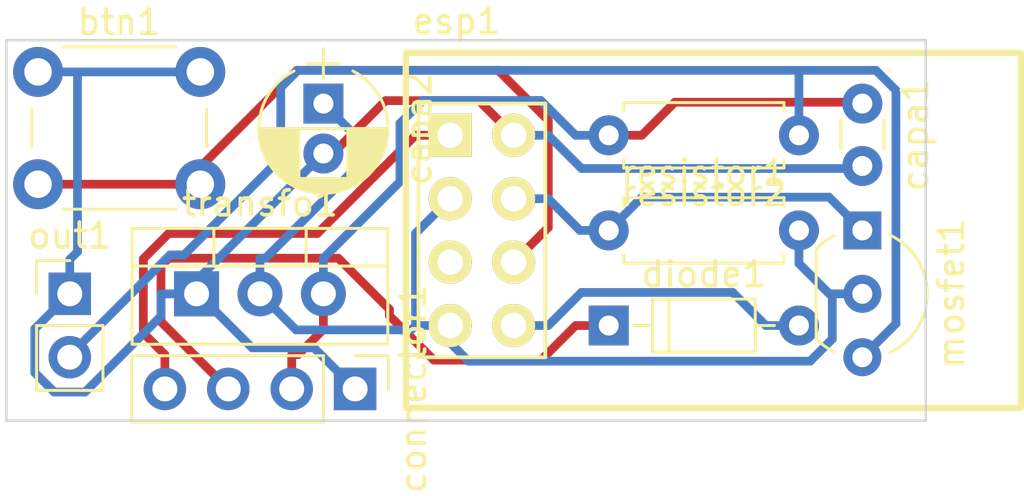
<source format=kicad_pcb>
(kicad_pcb (version 20171130) (host pcbnew 5.1.5)

  (general
    (thickness 1.6)
    (drawings 4)
    (tracks 109)
    (zones 0)
    (modules 11)
    (nets 11)
  )

  (page A4)
  (layers
    (0 F.Cu signal)
    (31 B.Cu signal)
    (32 B.Adhes user)
    (33 F.Adhes user)
    (34 B.Paste user)
    (35 F.Paste user)
    (36 B.SilkS user)
    (37 F.SilkS user)
    (38 B.Mask user)
    (39 F.Mask user)
    (40 Dwgs.User user)
    (41 Cmts.User user)
    (42 Eco1.User user)
    (43 Eco2.User user)
    (44 Edge.Cuts user)
    (45 Margin user)
    (46 B.CrtYd user)
    (47 F.CrtYd user)
    (48 B.Fab user)
    (49 F.Fab user)
  )

  (setup
    (last_trace_width 0.35)
    (user_trace_width 0.4)
    (trace_clearance 0.35)
    (zone_clearance 0.508)
    (zone_45_only no)
    (trace_min 0.2)
    (via_size 0.8)
    (via_drill 0.4)
    (via_min_size 0.4)
    (via_min_drill 0.3)
    (uvia_size 0.3)
    (uvia_drill 0.1)
    (uvias_allowed no)
    (uvia_min_size 0.2)
    (uvia_min_drill 0.1)
    (edge_width 0.05)
    (segment_width 0.2)
    (pcb_text_width 0.3)
    (pcb_text_size 1.5 1.5)
    (mod_edge_width 0.12)
    (mod_text_size 1 1)
    (mod_text_width 0.15)
    (pad_size 1.524 1.524)
    (pad_drill 0.762)
    (pad_to_mask_clearance 0.051)
    (solder_mask_min_width 0.25)
    (aux_axis_origin 0 0)
    (visible_elements FFFFFF7F)
    (pcbplotparams
      (layerselection 0x010fc_ffffffff)
      (usegerberextensions false)
      (usegerberattributes false)
      (usegerberadvancedattributes false)
      (creategerberjobfile false)
      (excludeedgelayer true)
      (linewidth 0.100000)
      (plotframeref false)
      (viasonmask false)
      (mode 1)
      (useauxorigin false)
      (hpglpennumber 1)
      (hpglpenspeed 20)
      (hpglpendiameter 15.000000)
      (psnegative false)
      (psa4output false)
      (plotreference true)
      (plotvalue true)
      (plotinvisibletext false)
      (padsonsilk false)
      (subtractmaskfromsilk false)
      (outputformat 1)
      (mirror false)
      (drillshape 1)
      (scaleselection 1)
      (outputdirectory ""))
  )

  (net 0 "")
  (net 1 btn)
  (net 2 gnd)
  (net 3 vcc_connector)
  (net 4 vcc_esp)
  (net 5 rx_connector)
  (net 6 tx)
  (net 7 rx_esp)
  (net 8 "Net-(esp1-Pad5)")
  (net 9 out_esp)
  (net 10 out_out)

  (net_class Default "This is the default net class."
    (clearance 0.35)
    (trace_width 0.35)
    (via_dia 0.8)
    (via_drill 0.4)
    (uvia_dia 0.3)
    (uvia_drill 0.1)
    (add_net "Net-(esp1-Pad5)")
    (add_net btn)
    (add_net gnd)
    (add_net out_esp)
    (add_net out_out)
    (add_net rx_connector)
    (add_net rx_esp)
    (add_net tx)
    (add_net vcc_connector)
    (add_net vcc_esp)
  )

  (module TO_SOT_Packages_THT:TO-220-3_Vertical (layer F.Cu) (tedit 58CE52AD) (tstamp 5E3BF652)
    (at 171.45 91.44)
    (descr "TO-220-3, Vertical, RM 2.54mm")
    (tags "TO-220-3 Vertical RM 2.54mm")
    (path /5E3F28EF)
    (fp_text reference transfo1 (at 2.54 -3.62) (layer F.SilkS)
      (effects (font (size 1 1) (thickness 0.15)))
    )
    (fp_text value transfo1 (at 2.54 3.92) (layer F.Fab)
      (effects (font (size 1 1) (thickness 0.15)))
    )
    (fp_text user %R (at 2.54 -3.62) (layer F.Fab)
      (effects (font (size 1 1) (thickness 0.15)))
    )
    (fp_line (start -2.46 -2.5) (end -2.46 1.9) (layer F.Fab) (width 0.1))
    (fp_line (start -2.46 1.9) (end 7.54 1.9) (layer F.Fab) (width 0.1))
    (fp_line (start 7.54 1.9) (end 7.54 -2.5) (layer F.Fab) (width 0.1))
    (fp_line (start 7.54 -2.5) (end -2.46 -2.5) (layer F.Fab) (width 0.1))
    (fp_line (start -2.46 -1.23) (end 7.54 -1.23) (layer F.Fab) (width 0.1))
    (fp_line (start 0.69 -2.5) (end 0.69 -1.23) (layer F.Fab) (width 0.1))
    (fp_line (start 4.39 -2.5) (end 4.39 -1.23) (layer F.Fab) (width 0.1))
    (fp_line (start -2.58 -2.62) (end 7.66 -2.62) (layer F.SilkS) (width 0.12))
    (fp_line (start -2.58 2.021) (end 7.66 2.021) (layer F.SilkS) (width 0.12))
    (fp_line (start -2.58 -2.62) (end -2.58 2.021) (layer F.SilkS) (width 0.12))
    (fp_line (start 7.66 -2.62) (end 7.66 2.021) (layer F.SilkS) (width 0.12))
    (fp_line (start -2.58 -1.11) (end 7.66 -1.11) (layer F.SilkS) (width 0.12))
    (fp_line (start 0.69 -2.62) (end 0.69 -1.11) (layer F.SilkS) (width 0.12))
    (fp_line (start 4.391 -2.62) (end 4.391 -1.11) (layer F.SilkS) (width 0.12))
    (fp_line (start -2.71 -2.75) (end -2.71 2.16) (layer F.CrtYd) (width 0.05))
    (fp_line (start -2.71 2.16) (end 7.79 2.16) (layer F.CrtYd) (width 0.05))
    (fp_line (start 7.79 2.16) (end 7.79 -2.75) (layer F.CrtYd) (width 0.05))
    (fp_line (start 7.79 -2.75) (end -2.71 -2.75) (layer F.CrtYd) (width 0.05))
    (pad 1 thru_hole rect (at 0 0) (size 1.8 1.8) (drill 1) (layers *.Cu *.Mask)
      (net 2 gnd))
    (pad 2 thru_hole oval (at 2.54 0) (size 1.8 1.8) (drill 1) (layers *.Cu *.Mask)
      (net 4 vcc_esp))
    (pad 3 thru_hole oval (at 5.08 0) (size 1.8 1.8) (drill 1) (layers *.Cu *.Mask)
      (net 3 vcc_connector))
    (model ${KISYS3DMOD}/TO_SOT_Packages_THT.3dshapes/TO-220-3_Vertical.wrl
      (offset (xyz 2.539999961853027 0 0))
      (scale (xyz 0.393701 0.393701 0.393701))
      (rotate (xyz 0 0 0))
    )
  )

  (module Resistors_THT:R_Axial_DIN0207_L6.3mm_D2.5mm_P7.62mm_Horizontal (layer F.Cu) (tedit 5874F706) (tstamp 5E3BF64F)
    (at 195.58 85.09 180)
    (descr "Resistor, Axial_DIN0207 series, Axial, Horizontal, pin pitch=7.62mm, 0.25W = 1/4W, length*diameter=6.3*2.5mm^2, http://cdn-reichelt.de/documents/datenblatt/B400/1_4W%23YAG.pdf")
    (tags "Resistor Axial_DIN0207 series Axial Horizontal pin pitch 7.62mm 0.25W = 1/4W length 6.3mm diameter 2.5mm")
    (path /5E3EC5A3)
    (fp_text reference resistor2 (at 3.81 -2.31) (layer F.SilkS)
      (effects (font (size 1 1) (thickness 0.15)))
    )
    (fp_text value resistor2 (at 3.81 2.31) (layer F.Fab)
      (effects (font (size 1 1) (thickness 0.15)))
    )
    (fp_line (start 0.66 -1.25) (end 0.66 1.25) (layer F.Fab) (width 0.1))
    (fp_line (start 0.66 1.25) (end 6.96 1.25) (layer F.Fab) (width 0.1))
    (fp_line (start 6.96 1.25) (end 6.96 -1.25) (layer F.Fab) (width 0.1))
    (fp_line (start 6.96 -1.25) (end 0.66 -1.25) (layer F.Fab) (width 0.1))
    (fp_line (start 0 0) (end 0.66 0) (layer F.Fab) (width 0.1))
    (fp_line (start 7.62 0) (end 6.96 0) (layer F.Fab) (width 0.1))
    (fp_line (start 0.6 -0.98) (end 0.6 -1.31) (layer F.SilkS) (width 0.12))
    (fp_line (start 0.6 -1.31) (end 7.02 -1.31) (layer F.SilkS) (width 0.12))
    (fp_line (start 7.02 -1.31) (end 7.02 -0.98) (layer F.SilkS) (width 0.12))
    (fp_line (start 0.6 0.98) (end 0.6 1.31) (layer F.SilkS) (width 0.12))
    (fp_line (start 0.6 1.31) (end 7.02 1.31) (layer F.SilkS) (width 0.12))
    (fp_line (start 7.02 1.31) (end 7.02 0.98) (layer F.SilkS) (width 0.12))
    (fp_line (start -1.05 -1.6) (end -1.05 1.6) (layer F.CrtYd) (width 0.05))
    (fp_line (start -1.05 1.6) (end 8.7 1.6) (layer F.CrtYd) (width 0.05))
    (fp_line (start 8.7 1.6) (end 8.7 -1.6) (layer F.CrtYd) (width 0.05))
    (fp_line (start 8.7 -1.6) (end -1.05 -1.6) (layer F.CrtYd) (width 0.05))
    (pad 1 thru_hole circle (at 0 0 180) (size 1.6 1.6) (drill 0.8) (layers *.Cu *.Mask)
      (net 10 out_out))
    (pad 2 thru_hole oval (at 7.62 0 180) (size 1.6 1.6) (drill 0.8) (layers *.Cu *.Mask)
      (net 3 vcc_connector))
    (model ${KISYS3DMOD}/Resistors_THT.3dshapes/R_Axial_DIN0207_L6.3mm_D2.5mm_P7.62mm_Horizontal.wrl
      (at (xyz 0 0 0))
      (scale (xyz 0.393701 0.393701 0.393701))
      (rotate (xyz 0 0 0))
    )
  )

  (module Resistors_THT:R_Axial_DIN0207_L6.3mm_D2.5mm_P7.62mm_Horizontal (layer F.Cu) (tedit 5874F706) (tstamp 5E3BF64C)
    (at 187.96 88.9)
    (descr "Resistor, Axial_DIN0207 series, Axial, Horizontal, pin pitch=7.62mm, 0.25W = 1/4W, length*diameter=6.3*2.5mm^2, http://cdn-reichelt.de/documents/datenblatt/B400/1_4W%23YAG.pdf")
    (tags "Resistor Axial_DIN0207 series Axial Horizontal pin pitch 7.62mm 0.25W = 1/4W length 6.3mm diameter 2.5mm")
    (path /5E3EAEB4)
    (fp_text reference resistor1 (at 3.81 -2.31) (layer F.SilkS)
      (effects (font (size 1 1) (thickness 0.15)))
    )
    (fp_text value resistor1 (at 3.81 2.31) (layer F.Fab)
      (effects (font (size 1 1) (thickness 0.15)))
    )
    (fp_line (start 0.66 -1.25) (end 0.66 1.25) (layer F.Fab) (width 0.1))
    (fp_line (start 0.66 1.25) (end 6.96 1.25) (layer F.Fab) (width 0.1))
    (fp_line (start 6.96 1.25) (end 6.96 -1.25) (layer F.Fab) (width 0.1))
    (fp_line (start 6.96 -1.25) (end 0.66 -1.25) (layer F.Fab) (width 0.1))
    (fp_line (start 0 0) (end 0.66 0) (layer F.Fab) (width 0.1))
    (fp_line (start 7.62 0) (end 6.96 0) (layer F.Fab) (width 0.1))
    (fp_line (start 0.6 -0.98) (end 0.6 -1.31) (layer F.SilkS) (width 0.12))
    (fp_line (start 0.6 -1.31) (end 7.02 -1.31) (layer F.SilkS) (width 0.12))
    (fp_line (start 7.02 -1.31) (end 7.02 -0.98) (layer F.SilkS) (width 0.12))
    (fp_line (start 0.6 0.98) (end 0.6 1.31) (layer F.SilkS) (width 0.12))
    (fp_line (start 0.6 1.31) (end 7.02 1.31) (layer F.SilkS) (width 0.12))
    (fp_line (start 7.02 1.31) (end 7.02 0.98) (layer F.SilkS) (width 0.12))
    (fp_line (start -1.05 -1.6) (end -1.05 1.6) (layer F.CrtYd) (width 0.05))
    (fp_line (start -1.05 1.6) (end 8.7 1.6) (layer F.CrtYd) (width 0.05))
    (fp_line (start 8.7 1.6) (end 8.7 -1.6) (layer F.CrtYd) (width 0.05))
    (fp_line (start 8.7 -1.6) (end -1.05 -1.6) (layer F.CrtYd) (width 0.05))
    (pad 1 thru_hole circle (at 0 0) (size 1.6 1.6) (drill 0.8) (layers *.Cu *.Mask)
      (net 9 out_esp))
    (pad 2 thru_hole oval (at 7.62 0) (size 1.6 1.6) (drill 0.8) (layers *.Cu *.Mask)
      (net 4 vcc_esp))
    (model ${KISYS3DMOD}/Resistors_THT.3dshapes/R_Axial_DIN0207_L6.3mm_D2.5mm_P7.62mm_Horizontal.wrl
      (at (xyz 0 0 0))
      (scale (xyz 0.393701 0.393701 0.393701))
      (rotate (xyz 0 0 0))
    )
  )

  (module Pin_Headers:Pin_Header_Straight_1x02_Pitch2.54mm (layer F.Cu) (tedit 59650532) (tstamp 5E3BF649)
    (at 166.37 91.44)
    (descr "Through hole straight pin header, 1x02, 2.54mm pitch, single row")
    (tags "Through hole pin header THT 1x02 2.54mm single row")
    (path /5E3D3108)
    (fp_text reference out1 (at 0 -2.33) (layer F.SilkS)
      (effects (font (size 1 1) (thickness 0.15)))
    )
    (fp_text value out1 (at 0 4.87) (layer F.Fab)
      (effects (font (size 1 1) (thickness 0.15)))
    )
    (fp_line (start -0.635 -1.27) (end 1.27 -1.27) (layer F.Fab) (width 0.1))
    (fp_line (start 1.27 -1.27) (end 1.27 3.81) (layer F.Fab) (width 0.1))
    (fp_line (start 1.27 3.81) (end -1.27 3.81) (layer F.Fab) (width 0.1))
    (fp_line (start -1.27 3.81) (end -1.27 -0.635) (layer F.Fab) (width 0.1))
    (fp_line (start -1.27 -0.635) (end -0.635 -1.27) (layer F.Fab) (width 0.1))
    (fp_line (start -1.33 3.87) (end 1.33 3.87) (layer F.SilkS) (width 0.12))
    (fp_line (start -1.33 1.27) (end -1.33 3.87) (layer F.SilkS) (width 0.12))
    (fp_line (start 1.33 1.27) (end 1.33 3.87) (layer F.SilkS) (width 0.12))
    (fp_line (start -1.33 1.27) (end 1.33 1.27) (layer F.SilkS) (width 0.12))
    (fp_line (start -1.33 0) (end -1.33 -1.33) (layer F.SilkS) (width 0.12))
    (fp_line (start -1.33 -1.33) (end 0 -1.33) (layer F.SilkS) (width 0.12))
    (fp_line (start -1.8 -1.8) (end -1.8 4.35) (layer F.CrtYd) (width 0.05))
    (fp_line (start -1.8 4.35) (end 1.8 4.35) (layer F.CrtYd) (width 0.05))
    (fp_line (start 1.8 4.35) (end 1.8 -1.8) (layer F.CrtYd) (width 0.05))
    (fp_line (start 1.8 -1.8) (end -1.8 -1.8) (layer F.CrtYd) (width 0.05))
    (fp_text user %R (at 0 1.27 90) (layer F.Fab)
      (effects (font (size 1 1) (thickness 0.15)))
    )
    (pad 1 thru_hole rect (at 0 0) (size 1.7 1.7) (drill 1) (layers *.Cu *.Mask)
      (net 2 gnd))
    (pad 2 thru_hole oval (at 0 2.54) (size 1.7 1.7) (drill 1) (layers *.Cu *.Mask)
      (net 10 out_out))
    (model ${KISYS3DMOD}/Pin_Headers.3dshapes/Pin_Header_Straight_1x02_Pitch2.54mm.wrl
      (at (xyz 0 0 0))
      (scale (xyz 1 1 1))
      (rotate (xyz 0 0 0))
    )
  )

  (module TO_SOT_Packages_THT:TO-92_Inline_Wide (layer F.Cu) (tedit 58CE52AF) (tstamp 5E3BF646)
    (at 198.12 88.9 270)
    (descr "TO-92 leads in-line, wide, drill 0.8mm (see NXP sot054_po.pdf)")
    (tags "to-92 sc-43 sc-43a sot54 PA33 transistor")
    (path /5E3EDA20)
    (fp_text reference mosfet1 (at 2.54 -3.56 270) (layer F.SilkS)
      (effects (font (size 1 1) (thickness 0.15)))
    )
    (fp_text value mosfet1 (at 2.54 2.79 90) (layer F.Fab)
      (effects (font (size 1 1) (thickness 0.15)))
    )
    (fp_text user %R (at 2.54 -3.56 270) (layer F.Fab)
      (effects (font (size 1 1) (thickness 0.15)))
    )
    (fp_line (start 0.74 1.85) (end 4.34 1.85) (layer F.SilkS) (width 0.12))
    (fp_line (start 0.8 1.75) (end 4.3 1.75) (layer F.Fab) (width 0.1))
    (fp_line (start -1.01 -2.73) (end 6.09 -2.73) (layer F.CrtYd) (width 0.05))
    (fp_line (start -1.01 -2.73) (end -1.01 2.01) (layer F.CrtYd) (width 0.05))
    (fp_line (start 6.09 2.01) (end 6.09 -2.73) (layer F.CrtYd) (width 0.05))
    (fp_line (start 6.09 2.01) (end -1.01 2.01) (layer F.CrtYd) (width 0.05))
    (fp_arc (start 2.54 0) (end 0.74 1.85) (angle 20) (layer F.SilkS) (width 0.12))
    (fp_arc (start 2.54 0) (end 2.54 -2.6) (angle -65) (layer F.SilkS) (width 0.12))
    (fp_arc (start 2.54 0) (end 2.54 -2.6) (angle 65) (layer F.SilkS) (width 0.12))
    (fp_arc (start 2.54 0) (end 2.54 -2.48) (angle 135) (layer F.Fab) (width 0.1))
    (fp_arc (start 2.54 0) (end 2.54 -2.48) (angle -135) (layer F.Fab) (width 0.1))
    (fp_arc (start 2.54 0) (end 4.34 1.85) (angle -20) (layer F.SilkS) (width 0.12))
    (pad 2 thru_hole circle (at 2.54 0) (size 1.52 1.52) (drill 0.8) (layers *.Cu *.Mask)
      (net 4 vcc_esp))
    (pad 3 thru_hole circle (at 5.08 0) (size 1.52 1.52) (drill 0.8) (layers *.Cu *.Mask)
      (net 10 out_out))
    (pad 1 thru_hole rect (at 0 0) (size 1.52 1.52) (drill 0.8) (layers *.Cu *.Mask)
      (net 9 out_esp))
    (model ${KISYS3DMOD}/TO_SOT_Packages_THT.3dshapes/TO-92_Inline_Wide.wrl
      (offset (xyz 2.539999961853027 0 0))
      (scale (xyz 1 1 1))
      (rotate (xyz 0 0 -90))
    )
  )

  (module ESP8266:ESP-01 (layer F.Cu) (tedit 577EF889) (tstamp 5E3BF643)
    (at 181.61 85.09)
    (descr "Module, ESP-8266, ESP-01, 8 pin")
    (tags "Module ESP-8266 ESP8266")
    (path /5E3BD4A1)
    (fp_text reference esp1 (at 0.254 -4.572) (layer F.SilkS)
      (effects (font (size 1 1) (thickness 0.15)))
    )
    (fp_text value esp1 (at 12.192 3.556) (layer F.Fab)
      (effects (font (size 1 1) (thickness 0.15)))
    )
    (fp_line (start 3.81 -1.27) (end 1.27 -1.27) (layer F.SilkS) (width 0.1524))
    (fp_line (start 3.81 8.89) (end 3.81 -1.27) (layer F.SilkS) (width 0.1524))
    (fp_line (start -1.27 8.89) (end 3.81 8.89) (layer F.SilkS) (width 0.1524))
    (fp_line (start -1.27 1.27) (end -1.27 8.89) (layer F.SilkS) (width 0.1524))
    (fp_line (start -1.75 9.4) (end 4.3 9.4) (layer F.CrtYd) (width 0.05))
    (fp_line (start -1.75 -1.75) (end 4.3 -1.75) (layer F.CrtYd) (width 0.05))
    (fp_line (start 4.3 -1.75) (end 4.3 9.4) (layer F.CrtYd) (width 0.05))
    (fp_line (start -1.75 -1.75) (end -1.75 9.4) (layer F.CrtYd) (width 0.05))
    (fp_line (start -1.27 -1.27) (end -1.27 1.27) (layer F.SilkS) (width 0.1524))
    (fp_line (start 1.27 -1.27) (end -1.27 -1.27) (layer F.SilkS) (width 0.1524))
    (fp_line (start -1.778 10.922) (end -1.778 -3.302) (layer F.Fab) (width 0.05))
    (fp_line (start 22.86 10.922) (end -1.778 10.922) (layer F.Fab) (width 0.05))
    (fp_line (start 22.86 -3.302) (end 22.86 10.922) (layer F.Fab) (width 0.05))
    (fp_line (start -1.778 -3.302) (end 22.86 -3.302) (layer F.Fab) (width 0.05))
    (fp_line (start -1.778 10.922) (end -1.778 -3.302) (layer F.SilkS) (width 0.254))
    (fp_line (start 22.86 10.922) (end -1.778 10.922) (layer F.SilkS) (width 0.254))
    (fp_line (start 22.86 -3.302) (end 22.86 10.922) (layer F.SilkS) (width 0.254))
    (fp_line (start -1.778 -3.302) (end 22.86 -3.302) (layer F.SilkS) (width 0.254))
    (pad 8 thru_hole oval (at 2.54 7.62) (size 1.7272 1.7272) (drill 1.016) (layers *.Cu *.Mask F.SilkS)
      (net 7 rx_esp))
    (pad 7 thru_hole oval (at 0 7.62) (size 1.7272 1.7272) (drill 1.016) (layers *.Cu *.Mask F.SilkS)
      (net 4 vcc_esp))
    (pad 6 thru_hole oval (at 2.54 5.08) (size 1.7272 1.7272) (drill 1.016) (layers *.Cu *.Mask F.SilkS)
      (net 1 btn))
    (pad 5 thru_hole oval (at 0 5.08) (size 1.7272 1.7272) (drill 1.016) (layers *.Cu *.Mask F.SilkS)
      (net 8 "Net-(esp1-Pad5)"))
    (pad 4 thru_hole oval (at 2.54 2.54) (size 1.7272 1.7272) (drill 1.016) (layers *.Cu *.Mask F.SilkS)
      (net 9 out_esp))
    (pad 3 thru_hole oval (at 0 2.54) (size 1.7272 1.7272) (drill 1.016) (layers *.Cu *.Mask F.SilkS)
      (net 4 vcc_esp))
    (pad 2 thru_hole oval (at 2.54 0) (size 1.7272 1.7272) (drill 1.016) (layers *.Cu *.Mask F.SilkS)
      (net 2 gnd))
    (pad 1 thru_hole rect (at 0 0) (size 1.7272 1.7272) (drill 1.016) (layers *.Cu *.Mask F.SilkS)
      (net 6 tx))
  )

  (module Diodes_THT:D_DO-35_SOD27_P7.62mm_Horizontal (layer F.Cu) (tedit 5921392F) (tstamp 5E3BF625)
    (at 187.96 92.71)
    (descr "D, DO-35_SOD27 series, Axial, Horizontal, pin pitch=7.62mm, , length*diameter=4*2mm^2, , http://www.diodes.com/_files/packages/DO-35.pdf")
    (tags "D DO-35_SOD27 series Axial Horizontal pin pitch 7.62mm  length 4mm diameter 2mm")
    (path /5E3CC3F2)
    (fp_text reference diode1 (at 3.81 -2.06) (layer F.SilkS)
      (effects (font (size 1 1) (thickness 0.15)))
    )
    (fp_text value diode1 (at 3.81 2.06) (layer F.Fab)
      (effects (font (size 1 1) (thickness 0.15)))
    )
    (fp_text user %R (at 3.81 0) (layer F.Fab)
      (effects (font (size 1 1) (thickness 0.15)))
    )
    (fp_line (start 1.81 -1) (end 1.81 1) (layer F.Fab) (width 0.1))
    (fp_line (start 1.81 1) (end 5.81 1) (layer F.Fab) (width 0.1))
    (fp_line (start 5.81 1) (end 5.81 -1) (layer F.Fab) (width 0.1))
    (fp_line (start 5.81 -1) (end 1.81 -1) (layer F.Fab) (width 0.1))
    (fp_line (start 0 0) (end 1.81 0) (layer F.Fab) (width 0.1))
    (fp_line (start 7.62 0) (end 5.81 0) (layer F.Fab) (width 0.1))
    (fp_line (start 2.41 -1) (end 2.41 1) (layer F.Fab) (width 0.1))
    (fp_line (start 1.75 -1.06) (end 1.75 1.06) (layer F.SilkS) (width 0.12))
    (fp_line (start 1.75 1.06) (end 5.87 1.06) (layer F.SilkS) (width 0.12))
    (fp_line (start 5.87 1.06) (end 5.87 -1.06) (layer F.SilkS) (width 0.12))
    (fp_line (start 5.87 -1.06) (end 1.75 -1.06) (layer F.SilkS) (width 0.12))
    (fp_line (start 0.98 0) (end 1.75 0) (layer F.SilkS) (width 0.12))
    (fp_line (start 6.64 0) (end 5.87 0) (layer F.SilkS) (width 0.12))
    (fp_line (start 2.41 -1.06) (end 2.41 1.06) (layer F.SilkS) (width 0.12))
    (fp_line (start -1.05 -1.35) (end -1.05 1.35) (layer F.CrtYd) (width 0.05))
    (fp_line (start -1.05 1.35) (end 8.7 1.35) (layer F.CrtYd) (width 0.05))
    (fp_line (start 8.7 1.35) (end 8.7 -1.35) (layer F.CrtYd) (width 0.05))
    (fp_line (start 8.7 -1.35) (end -1.05 -1.35) (layer F.CrtYd) (width 0.05))
    (pad 1 thru_hole rect (at 0 0) (size 1.6 1.6) (drill 0.8) (layers *.Cu *.Mask)
      (net 5 rx_connector))
    (pad 2 thru_hole oval (at 7.62 0) (size 1.6 1.6) (drill 0.8) (layers *.Cu *.Mask)
      (net 7 rx_esp))
    (model ${KISYS3DMOD}/Diodes_THT.3dshapes/D_DO-35_SOD27_P7.62mm_Horizontal.wrl
      (at (xyz 0 0 0))
      (scale (xyz 0.393701 0.393701 0.393701))
      (rotate (xyz 0 0 0))
    )
  )

  (module Pin_Headers:Pin_Header_Straight_1x04_Pitch2.54mm (layer F.Cu) (tedit 59650532) (tstamp 5E3BF622)
    (at 177.8 95.25 270)
    (descr "Through hole straight pin header, 1x04, 2.54mm pitch, single row")
    (tags "Through hole pin header THT 1x04 2.54mm single row")
    (path /5E3CE8AA)
    (fp_text reference connector1 (at 0 -2.33 90) (layer F.SilkS)
      (effects (font (size 1 1) (thickness 0.15)))
    )
    (fp_text value connector1 (at 0 9.95 90) (layer F.Fab)
      (effects (font (size 1 1) (thickness 0.15)))
    )
    (fp_line (start -0.635 -1.27) (end 1.27 -1.27) (layer F.Fab) (width 0.1))
    (fp_line (start 1.27 -1.27) (end 1.27 8.89) (layer F.Fab) (width 0.1))
    (fp_line (start 1.27 8.89) (end -1.27 8.89) (layer F.Fab) (width 0.1))
    (fp_line (start -1.27 8.89) (end -1.27 -0.635) (layer F.Fab) (width 0.1))
    (fp_line (start -1.27 -0.635) (end -0.635 -1.27) (layer F.Fab) (width 0.1))
    (fp_line (start -1.33 8.95) (end 1.33 8.95) (layer F.SilkS) (width 0.12))
    (fp_line (start -1.33 1.27) (end -1.33 8.95) (layer F.SilkS) (width 0.12))
    (fp_line (start 1.33 1.27) (end 1.33 8.95) (layer F.SilkS) (width 0.12))
    (fp_line (start -1.33 1.27) (end 1.33 1.27) (layer F.SilkS) (width 0.12))
    (fp_line (start -1.33 0) (end -1.33 -1.33) (layer F.SilkS) (width 0.12))
    (fp_line (start -1.33 -1.33) (end 0 -1.33) (layer F.SilkS) (width 0.12))
    (fp_line (start -1.8 -1.8) (end -1.8 9.4) (layer F.CrtYd) (width 0.05))
    (fp_line (start -1.8 9.4) (end 1.8 9.4) (layer F.CrtYd) (width 0.05))
    (fp_line (start 1.8 9.4) (end 1.8 -1.8) (layer F.CrtYd) (width 0.05))
    (fp_line (start 1.8 -1.8) (end -1.8 -1.8) (layer F.CrtYd) (width 0.05))
    (fp_text user %R (at 0 3.81) (layer F.Fab)
      (effects (font (size 1 1) (thickness 0.15)))
    )
    (pad 1 thru_hole rect (at 0 0 270) (size 1.7 1.7) (drill 1) (layers *.Cu *.Mask)
      (net 2 gnd))
    (pad 2 thru_hole oval (at 0 2.54 270) (size 1.7 1.7) (drill 1) (layers *.Cu *.Mask)
      (net 3 vcc_connector))
    (pad 3 thru_hole oval (at 0 5.08 270) (size 1.7 1.7) (drill 1) (layers *.Cu *.Mask)
      (net 5 rx_connector))
    (pad 4 thru_hole oval (at 0 7.62 270) (size 1.7 1.7) (drill 1) (layers *.Cu *.Mask)
      (net 6 tx))
    (model ${KISYS3DMOD}/Pin_Headers.3dshapes/Pin_Header_Straight_1x04_Pitch2.54mm.wrl
      (at (xyz 0 0 0))
      (scale (xyz 1 1 1))
      (rotate (xyz 0 0 0))
    )
  )

  (module Capacitors_THT:CP_Radial_D5.0mm_P2.00mm (layer F.Cu) (tedit 597BC7C2) (tstamp 5E3BF61F)
    (at 176.53 83.82 270)
    (descr "CP, Radial series, Radial, pin pitch=2.00mm, , diameter=5mm, Electrolytic Capacitor")
    (tags "CP Radial series Radial pin pitch 2.00mm  diameter 5mm Electrolytic Capacitor")
    (path /5E3FB21B)
    (fp_text reference capa2 (at 1 -3.81 90) (layer F.SilkS)
      (effects (font (size 1 1) (thickness 0.15)))
    )
    (fp_text value capa2 (at 1 3.81 90) (layer F.Fab)
      (effects (font (size 1 1) (thickness 0.15)))
    )
    (fp_arc (start 1 0) (end -1.30558 -1.18) (angle 125.8) (layer F.SilkS) (width 0.12))
    (fp_arc (start 1 0) (end -1.30558 1.18) (angle -125.8) (layer F.SilkS) (width 0.12))
    (fp_arc (start 1 0) (end 3.30558 -1.18) (angle 54.2) (layer F.SilkS) (width 0.12))
    (fp_circle (center 1 0) (end 3.5 0) (layer F.Fab) (width 0.1))
    (fp_line (start -2.2 0) (end -1 0) (layer F.Fab) (width 0.1))
    (fp_line (start -1.6 -0.65) (end -1.6 0.65) (layer F.Fab) (width 0.1))
    (fp_line (start 1 -2.55) (end 1 2.55) (layer F.SilkS) (width 0.12))
    (fp_line (start 1.04 -2.55) (end 1.04 -0.98) (layer F.SilkS) (width 0.12))
    (fp_line (start 1.04 0.98) (end 1.04 2.55) (layer F.SilkS) (width 0.12))
    (fp_line (start 1.08 -2.549) (end 1.08 -0.98) (layer F.SilkS) (width 0.12))
    (fp_line (start 1.08 0.98) (end 1.08 2.549) (layer F.SilkS) (width 0.12))
    (fp_line (start 1.12 -2.548) (end 1.12 -0.98) (layer F.SilkS) (width 0.12))
    (fp_line (start 1.12 0.98) (end 1.12 2.548) (layer F.SilkS) (width 0.12))
    (fp_line (start 1.16 -2.546) (end 1.16 -0.98) (layer F.SilkS) (width 0.12))
    (fp_line (start 1.16 0.98) (end 1.16 2.546) (layer F.SilkS) (width 0.12))
    (fp_line (start 1.2 -2.543) (end 1.2 -0.98) (layer F.SilkS) (width 0.12))
    (fp_line (start 1.2 0.98) (end 1.2 2.543) (layer F.SilkS) (width 0.12))
    (fp_line (start 1.24 -2.539) (end 1.24 -0.98) (layer F.SilkS) (width 0.12))
    (fp_line (start 1.24 0.98) (end 1.24 2.539) (layer F.SilkS) (width 0.12))
    (fp_line (start 1.28 -2.535) (end 1.28 -0.98) (layer F.SilkS) (width 0.12))
    (fp_line (start 1.28 0.98) (end 1.28 2.535) (layer F.SilkS) (width 0.12))
    (fp_line (start 1.32 -2.531) (end 1.32 -0.98) (layer F.SilkS) (width 0.12))
    (fp_line (start 1.32 0.98) (end 1.32 2.531) (layer F.SilkS) (width 0.12))
    (fp_line (start 1.36 -2.525) (end 1.36 -0.98) (layer F.SilkS) (width 0.12))
    (fp_line (start 1.36 0.98) (end 1.36 2.525) (layer F.SilkS) (width 0.12))
    (fp_line (start 1.4 -2.519) (end 1.4 -0.98) (layer F.SilkS) (width 0.12))
    (fp_line (start 1.4 0.98) (end 1.4 2.519) (layer F.SilkS) (width 0.12))
    (fp_line (start 1.44 -2.513) (end 1.44 -0.98) (layer F.SilkS) (width 0.12))
    (fp_line (start 1.44 0.98) (end 1.44 2.513) (layer F.SilkS) (width 0.12))
    (fp_line (start 1.48 -2.506) (end 1.48 -0.98) (layer F.SilkS) (width 0.12))
    (fp_line (start 1.48 0.98) (end 1.48 2.506) (layer F.SilkS) (width 0.12))
    (fp_line (start 1.52 -2.498) (end 1.52 -0.98) (layer F.SilkS) (width 0.12))
    (fp_line (start 1.52 0.98) (end 1.52 2.498) (layer F.SilkS) (width 0.12))
    (fp_line (start 1.56 -2.489) (end 1.56 -0.98) (layer F.SilkS) (width 0.12))
    (fp_line (start 1.56 0.98) (end 1.56 2.489) (layer F.SilkS) (width 0.12))
    (fp_line (start 1.6 -2.48) (end 1.6 -0.98) (layer F.SilkS) (width 0.12))
    (fp_line (start 1.6 0.98) (end 1.6 2.48) (layer F.SilkS) (width 0.12))
    (fp_line (start 1.64 -2.47) (end 1.64 -0.98) (layer F.SilkS) (width 0.12))
    (fp_line (start 1.64 0.98) (end 1.64 2.47) (layer F.SilkS) (width 0.12))
    (fp_line (start 1.68 -2.46) (end 1.68 -0.98) (layer F.SilkS) (width 0.12))
    (fp_line (start 1.68 0.98) (end 1.68 2.46) (layer F.SilkS) (width 0.12))
    (fp_line (start 1.721 -2.448) (end 1.721 -0.98) (layer F.SilkS) (width 0.12))
    (fp_line (start 1.721 0.98) (end 1.721 2.448) (layer F.SilkS) (width 0.12))
    (fp_line (start 1.761 -2.436) (end 1.761 -0.98) (layer F.SilkS) (width 0.12))
    (fp_line (start 1.761 0.98) (end 1.761 2.436) (layer F.SilkS) (width 0.12))
    (fp_line (start 1.801 -2.424) (end 1.801 -0.98) (layer F.SilkS) (width 0.12))
    (fp_line (start 1.801 0.98) (end 1.801 2.424) (layer F.SilkS) (width 0.12))
    (fp_line (start 1.841 -2.41) (end 1.841 -0.98) (layer F.SilkS) (width 0.12))
    (fp_line (start 1.841 0.98) (end 1.841 2.41) (layer F.SilkS) (width 0.12))
    (fp_line (start 1.881 -2.396) (end 1.881 -0.98) (layer F.SilkS) (width 0.12))
    (fp_line (start 1.881 0.98) (end 1.881 2.396) (layer F.SilkS) (width 0.12))
    (fp_line (start 1.921 -2.382) (end 1.921 -0.98) (layer F.SilkS) (width 0.12))
    (fp_line (start 1.921 0.98) (end 1.921 2.382) (layer F.SilkS) (width 0.12))
    (fp_line (start 1.961 -2.366) (end 1.961 -0.98) (layer F.SilkS) (width 0.12))
    (fp_line (start 1.961 0.98) (end 1.961 2.366) (layer F.SilkS) (width 0.12))
    (fp_line (start 2.001 -2.35) (end 2.001 -0.98) (layer F.SilkS) (width 0.12))
    (fp_line (start 2.001 0.98) (end 2.001 2.35) (layer F.SilkS) (width 0.12))
    (fp_line (start 2.041 -2.333) (end 2.041 -0.98) (layer F.SilkS) (width 0.12))
    (fp_line (start 2.041 0.98) (end 2.041 2.333) (layer F.SilkS) (width 0.12))
    (fp_line (start 2.081 -2.315) (end 2.081 -0.98) (layer F.SilkS) (width 0.12))
    (fp_line (start 2.081 0.98) (end 2.081 2.315) (layer F.SilkS) (width 0.12))
    (fp_line (start 2.121 -2.296) (end 2.121 -0.98) (layer F.SilkS) (width 0.12))
    (fp_line (start 2.121 0.98) (end 2.121 2.296) (layer F.SilkS) (width 0.12))
    (fp_line (start 2.161 -2.276) (end 2.161 -0.98) (layer F.SilkS) (width 0.12))
    (fp_line (start 2.161 0.98) (end 2.161 2.276) (layer F.SilkS) (width 0.12))
    (fp_line (start 2.201 -2.256) (end 2.201 -0.98) (layer F.SilkS) (width 0.12))
    (fp_line (start 2.201 0.98) (end 2.201 2.256) (layer F.SilkS) (width 0.12))
    (fp_line (start 2.241 -2.234) (end 2.241 -0.98) (layer F.SilkS) (width 0.12))
    (fp_line (start 2.241 0.98) (end 2.241 2.234) (layer F.SilkS) (width 0.12))
    (fp_line (start 2.281 -2.212) (end 2.281 -0.98) (layer F.SilkS) (width 0.12))
    (fp_line (start 2.281 0.98) (end 2.281 2.212) (layer F.SilkS) (width 0.12))
    (fp_line (start 2.321 -2.189) (end 2.321 -0.98) (layer F.SilkS) (width 0.12))
    (fp_line (start 2.321 0.98) (end 2.321 2.189) (layer F.SilkS) (width 0.12))
    (fp_line (start 2.361 -2.165) (end 2.361 -0.98) (layer F.SilkS) (width 0.12))
    (fp_line (start 2.361 0.98) (end 2.361 2.165) (layer F.SilkS) (width 0.12))
    (fp_line (start 2.401 -2.14) (end 2.401 -0.98) (layer F.SilkS) (width 0.12))
    (fp_line (start 2.401 0.98) (end 2.401 2.14) (layer F.SilkS) (width 0.12))
    (fp_line (start 2.441 -2.113) (end 2.441 -0.98) (layer F.SilkS) (width 0.12))
    (fp_line (start 2.441 0.98) (end 2.441 2.113) (layer F.SilkS) (width 0.12))
    (fp_line (start 2.481 -2.086) (end 2.481 -0.98) (layer F.SilkS) (width 0.12))
    (fp_line (start 2.481 0.98) (end 2.481 2.086) (layer F.SilkS) (width 0.12))
    (fp_line (start 2.521 -2.058) (end 2.521 -0.98) (layer F.SilkS) (width 0.12))
    (fp_line (start 2.521 0.98) (end 2.521 2.058) (layer F.SilkS) (width 0.12))
    (fp_line (start 2.561 -2.028) (end 2.561 -0.98) (layer F.SilkS) (width 0.12))
    (fp_line (start 2.561 0.98) (end 2.561 2.028) (layer F.SilkS) (width 0.12))
    (fp_line (start 2.601 -1.997) (end 2.601 -0.98) (layer F.SilkS) (width 0.12))
    (fp_line (start 2.601 0.98) (end 2.601 1.997) (layer F.SilkS) (width 0.12))
    (fp_line (start 2.641 -1.965) (end 2.641 -0.98) (layer F.SilkS) (width 0.12))
    (fp_line (start 2.641 0.98) (end 2.641 1.965) (layer F.SilkS) (width 0.12))
    (fp_line (start 2.681 -1.932) (end 2.681 -0.98) (layer F.SilkS) (width 0.12))
    (fp_line (start 2.681 0.98) (end 2.681 1.932) (layer F.SilkS) (width 0.12))
    (fp_line (start 2.721 -1.897) (end 2.721 -0.98) (layer F.SilkS) (width 0.12))
    (fp_line (start 2.721 0.98) (end 2.721 1.897) (layer F.SilkS) (width 0.12))
    (fp_line (start 2.761 -1.861) (end 2.761 -0.98) (layer F.SilkS) (width 0.12))
    (fp_line (start 2.761 0.98) (end 2.761 1.861) (layer F.SilkS) (width 0.12))
    (fp_line (start 2.801 -1.823) (end 2.801 -0.98) (layer F.SilkS) (width 0.12))
    (fp_line (start 2.801 0.98) (end 2.801 1.823) (layer F.SilkS) (width 0.12))
    (fp_line (start 2.841 -1.783) (end 2.841 -0.98) (layer F.SilkS) (width 0.12))
    (fp_line (start 2.841 0.98) (end 2.841 1.783) (layer F.SilkS) (width 0.12))
    (fp_line (start 2.881 -1.742) (end 2.881 -0.98) (layer F.SilkS) (width 0.12))
    (fp_line (start 2.881 0.98) (end 2.881 1.742) (layer F.SilkS) (width 0.12))
    (fp_line (start 2.921 -1.699) (end 2.921 -0.98) (layer F.SilkS) (width 0.12))
    (fp_line (start 2.921 0.98) (end 2.921 1.699) (layer F.SilkS) (width 0.12))
    (fp_line (start 2.961 -1.654) (end 2.961 -0.98) (layer F.SilkS) (width 0.12))
    (fp_line (start 2.961 0.98) (end 2.961 1.654) (layer F.SilkS) (width 0.12))
    (fp_line (start 3.001 -1.606) (end 3.001 1.606) (layer F.SilkS) (width 0.12))
    (fp_line (start 3.041 -1.556) (end 3.041 1.556) (layer F.SilkS) (width 0.12))
    (fp_line (start 3.081 -1.504) (end 3.081 1.504) (layer F.SilkS) (width 0.12))
    (fp_line (start 3.121 -1.448) (end 3.121 1.448) (layer F.SilkS) (width 0.12))
    (fp_line (start 3.161 -1.39) (end 3.161 1.39) (layer F.SilkS) (width 0.12))
    (fp_line (start 3.201 -1.327) (end 3.201 1.327) (layer F.SilkS) (width 0.12))
    (fp_line (start 3.241 -1.261) (end 3.241 1.261) (layer F.SilkS) (width 0.12))
    (fp_line (start 3.281 -1.189) (end 3.281 1.189) (layer F.SilkS) (width 0.12))
    (fp_line (start 3.321 -1.112) (end 3.321 1.112) (layer F.SilkS) (width 0.12))
    (fp_line (start 3.361 -1.028) (end 3.361 1.028) (layer F.SilkS) (width 0.12))
    (fp_line (start 3.401 -0.934) (end 3.401 0.934) (layer F.SilkS) (width 0.12))
    (fp_line (start 3.441 -0.829) (end 3.441 0.829) (layer F.SilkS) (width 0.12))
    (fp_line (start 3.481 -0.707) (end 3.481 0.707) (layer F.SilkS) (width 0.12))
    (fp_line (start 3.521 -0.559) (end 3.521 0.559) (layer F.SilkS) (width 0.12))
    (fp_line (start 3.561 -0.354) (end 3.561 0.354) (layer F.SilkS) (width 0.12))
    (fp_line (start -2.2 0) (end -1 0) (layer F.SilkS) (width 0.12))
    (fp_line (start -1.6 -0.65) (end -1.6 0.65) (layer F.SilkS) (width 0.12))
    (fp_line (start -1.85 -2.85) (end -1.85 2.85) (layer F.CrtYd) (width 0.05))
    (fp_line (start -1.85 2.85) (end 3.85 2.85) (layer F.CrtYd) (width 0.05))
    (fp_line (start 3.85 2.85) (end 3.85 -2.85) (layer F.CrtYd) (width 0.05))
    (fp_line (start 3.85 -2.85) (end -1.85 -2.85) (layer F.CrtYd) (width 0.05))
    (fp_text user %R (at 1 0 90) (layer F.Fab)
      (effects (font (size 1 1) (thickness 0.15)))
    )
    (pad 1 thru_hole rect (at 0 0 270) (size 1.6 1.6) (drill 0.8) (layers *.Cu *.Mask)
      (net 4 vcc_esp))
    (pad 2 thru_hole circle (at 2 0 270) (size 1.6 1.6) (drill 0.8) (layers *.Cu *.Mask)
      (net 2 gnd))
    (model ${KISYS3DMOD}/Capacitors_THT.3dshapes/CP_Radial_D5.0mm_P2.00mm.wrl
      (at (xyz 0 0 0))
      (scale (xyz 1 1 1))
      (rotate (xyz 0 0 0))
    )
  )

  (module Capacitors_THT:C_Disc_D3.0mm_W1.6mm_P2.50mm (layer F.Cu) (tedit 597BC7C2) (tstamp 5E3BF61C)
    (at 198.12 83.82 270)
    (descr "C, Disc series, Radial, pin pitch=2.50mm, , diameter*width=3.0*1.6mm^2, Capacitor, http://www.vishay.com/docs/45233/krseries.pdf")
    (tags "C Disc series Radial pin pitch 2.50mm  diameter 3.0mm width 1.6mm Capacitor")
    (path /5E3F5A26)
    (fp_text reference capa1 (at 1.25 -2.11 90) (layer F.SilkS)
      (effects (font (size 1 1) (thickness 0.15)))
    )
    (fp_text value capa1 (at 1.25 2.11 90) (layer F.Fab)
      (effects (font (size 1 1) (thickness 0.15)))
    )
    (fp_line (start -0.25 -0.8) (end -0.25 0.8) (layer F.Fab) (width 0.1))
    (fp_line (start -0.25 0.8) (end 2.75 0.8) (layer F.Fab) (width 0.1))
    (fp_line (start 2.75 0.8) (end 2.75 -0.8) (layer F.Fab) (width 0.1))
    (fp_line (start 2.75 -0.8) (end -0.25 -0.8) (layer F.Fab) (width 0.1))
    (fp_line (start 0.663 -0.861) (end 1.837 -0.861) (layer F.SilkS) (width 0.12))
    (fp_line (start 0.663 0.861) (end 1.837 0.861) (layer F.SilkS) (width 0.12))
    (fp_line (start -1.05 -1.15) (end -1.05 1.15) (layer F.CrtYd) (width 0.05))
    (fp_line (start -1.05 1.15) (end 3.55 1.15) (layer F.CrtYd) (width 0.05))
    (fp_line (start 3.55 1.15) (end 3.55 -1.15) (layer F.CrtYd) (width 0.05))
    (fp_line (start 3.55 -1.15) (end -1.05 -1.15) (layer F.CrtYd) (width 0.05))
    (fp_text user %R (at 1.25 0 90) (layer F.Fab)
      (effects (font (size 1 1) (thickness 0.15)))
    )
    (pad 1 thru_hole circle (at 0 0 270) (size 1.6 1.6) (drill 0.8) (layers *.Cu *.Mask)
      (net 3 vcc_connector))
    (pad 2 thru_hole circle (at 2.5 0 270) (size 1.6 1.6) (drill 0.8) (layers *.Cu *.Mask)
      (net 2 gnd))
    (model ${KISYS3DMOD}/Capacitors_THT.3dshapes/C_Disc_D3.0mm_W1.6mm_P2.50mm.wrl
      (at (xyz 0 0 0))
      (scale (xyz 1 1 1))
      (rotate (xyz 0 0 0))
    )
  )

  (module Buttons_Switches_THT:SW_PUSH_6mm (layer F.Cu) (tedit 5923F252) (tstamp 5E3BF619)
    (at 165.1 82.55)
    (descr https://www.omron.com/ecb/products/pdf/en-b3f.pdf)
    (tags "tact sw push 6mm")
    (path /5E3BE4F4)
    (fp_text reference btn1 (at 3.25 -2) (layer F.SilkS)
      (effects (font (size 1 1) (thickness 0.15)))
    )
    (fp_text value btn1 (at 3.75 6.7) (layer F.Fab)
      (effects (font (size 1 1) (thickness 0.15)))
    )
    (fp_text user %R (at 3.25 2.25) (layer F.Fab)
      (effects (font (size 1 1) (thickness 0.15)))
    )
    (fp_line (start 3.25 -0.75) (end 6.25 -0.75) (layer F.Fab) (width 0.1))
    (fp_line (start 6.25 -0.75) (end 6.25 5.25) (layer F.Fab) (width 0.1))
    (fp_line (start 6.25 5.25) (end 0.25 5.25) (layer F.Fab) (width 0.1))
    (fp_line (start 0.25 5.25) (end 0.25 -0.75) (layer F.Fab) (width 0.1))
    (fp_line (start 0.25 -0.75) (end 3.25 -0.75) (layer F.Fab) (width 0.1))
    (fp_line (start 7.75 6) (end 8 6) (layer F.CrtYd) (width 0.05))
    (fp_line (start 8 6) (end 8 5.75) (layer F.CrtYd) (width 0.05))
    (fp_line (start 7.75 -1.5) (end 8 -1.5) (layer F.CrtYd) (width 0.05))
    (fp_line (start 8 -1.5) (end 8 -1.25) (layer F.CrtYd) (width 0.05))
    (fp_line (start -1.5 -1.25) (end -1.5 -1.5) (layer F.CrtYd) (width 0.05))
    (fp_line (start -1.5 -1.5) (end -1.25 -1.5) (layer F.CrtYd) (width 0.05))
    (fp_line (start -1.5 5.75) (end -1.5 6) (layer F.CrtYd) (width 0.05))
    (fp_line (start -1.5 6) (end -1.25 6) (layer F.CrtYd) (width 0.05))
    (fp_line (start -1.25 -1.5) (end 7.75 -1.5) (layer F.CrtYd) (width 0.05))
    (fp_line (start -1.5 5.75) (end -1.5 -1.25) (layer F.CrtYd) (width 0.05))
    (fp_line (start 7.75 6) (end -1.25 6) (layer F.CrtYd) (width 0.05))
    (fp_line (start 8 -1.25) (end 8 5.75) (layer F.CrtYd) (width 0.05))
    (fp_line (start 1 5.5) (end 5.5 5.5) (layer F.SilkS) (width 0.12))
    (fp_line (start -0.25 1.5) (end -0.25 3) (layer F.SilkS) (width 0.12))
    (fp_line (start 5.5 -1) (end 1 -1) (layer F.SilkS) (width 0.12))
    (fp_line (start 6.75 3) (end 6.75 1.5) (layer F.SilkS) (width 0.12))
    (fp_circle (center 3.25 2.25) (end 1.25 2.5) (layer F.Fab) (width 0.1))
    (pad 2 thru_hole circle (at 0 4.5 90) (size 2 2) (drill 1.1) (layers *.Cu *.Mask)
      (net 1 btn))
    (pad 1 thru_hole circle (at 0 0 90) (size 2 2) (drill 1.1) (layers *.Cu *.Mask)
      (net 2 gnd))
    (pad 2 thru_hole circle (at 6.5 4.5 90) (size 2 2) (drill 1.1) (layers *.Cu *.Mask)
      (net 1 btn))
    (pad 1 thru_hole circle (at 6.5 0 90) (size 2 2) (drill 1.1) (layers *.Cu *.Mask)
      (net 2 gnd))
    (model ${KISYS3DMOD}/Buttons_Switches_THT.3dshapes/SW_PUSH_6mm.wrl
      (offset (xyz 0.1269999980926514 0 0))
      (scale (xyz 0.3937 0.3937 0.3937))
      (rotate (xyz 0 0 0))
    )
  )

  (gr_line (start 200.66 81.28) (end 200.66 96.52) (layer Edge.Cuts) (width 0.1))
  (gr_line (start 163.83 81.28) (end 200.66 81.28) (layer Edge.Cuts) (width 0.1))
  (gr_line (start 163.83 96.52) (end 163.83 81.28) (layer Edge.Cuts) (width 0.1))
  (gr_line (start 200.66 96.52) (end 163.83 96.52) (layer Edge.Cuts) (width 0.1))

  (segment (start 171.6 87.05) (end 165.1 87.05) (width 0.35) (layer F.Cu) (net 1))
  (segment (start 171.6 87.05) (end 171.6 86.3588) (width 0.35) (layer F.Cu) (net 1))
  (segment (start 171.6 86.3588) (end 175.4742 82.4846) (width 0.35) (layer F.Cu) (net 1))
  (segment (start 175.4742 82.4846) (end 183.5312 82.4846) (width 0.35) (layer F.Cu) (net 1))
  (segment (start 183.5312 82.4846) (end 185.539 84.4924) (width 0.35) (layer F.Cu) (net 1))
  (segment (start 185.539 84.4924) (end 185.539 88.781) (width 0.35) (layer F.Cu) (net 1))
  (segment (start 185.539 88.781) (end 184.15 90.17) (width 0.35) (layer F.Cu) (net 1))
  (segment (start 176.53 85.82) (end 176.9066 85.82) (width 0.35) (layer F.Cu) (net 2))
  (segment (start 176.9066 85.82) (end 179.0256 83.701) (width 0.35) (layer F.Cu) (net 2))
  (segment (start 179.0256 83.701) (end 182.761 83.701) (width 0.35) (layer F.Cu) (net 2))
  (segment (start 182.761 83.701) (end 184.15 85.09) (width 0.35) (layer F.Cu) (net 2))
  (segment (start 171.5123 91.44) (end 171.5123 90.8377) (width 0.35) (layer B.Cu) (net 2))
  (segment (start 171.5123 90.8377) (end 176.53 85.82) (width 0.35) (layer B.Cu) (net 2))
  (segment (start 177.8 95.25) (end 176.1536 93.6036) (width 0.35) (layer B.Cu) (net 2))
  (segment (start 176.1536 93.6036) (end 173.6759 93.6036) (width 0.35) (layer B.Cu) (net 2))
  (segment (start 173.6759 93.6036) (end 171.5123 91.44) (width 0.35) (layer B.Cu) (net 2))
  (segment (start 171.5123 91.44) (end 171.45 91.44) (width 0.35) (layer B.Cu) (net 2))
  (segment (start 166.6794 82.55) (end 165.1 82.55) (width 0.35) (layer B.Cu) (net 2))
  (segment (start 171.6 82.55) (end 166.6794 82.55) (width 0.35) (layer B.Cu) (net 2))
  (segment (start 166.6794 82.55) (end 166.6794 89.7553) (width 0.35) (layer B.Cu) (net 2))
  (segment (start 166.6794 89.7553) (end 166.37 90.0647) (width 0.35) (layer B.Cu) (net 2))
  (segment (start 166.37 91.44) (end 166.37 90.0647) (width 0.35) (layer B.Cu) (net 2))
  (segment (start 184.15 85.09) (end 185.5389 85.09) (width 0.35) (layer B.Cu) (net 2))
  (segment (start 185.5389 85.09) (end 186.869 86.4201) (width 0.35) (layer B.Cu) (net 2))
  (segment (start 186.869 86.4201) (end 198.0199 86.4201) (width 0.35) (layer B.Cu) (net 2))
  (segment (start 198.0199 86.4201) (end 198.12 86.32) (width 0.35) (layer B.Cu) (net 2))
  (segment (start 171.45 91.44) (end 170.0247 91.44) (width 0.35) (layer B.Cu) (net 2))
  (segment (start 166.37 91.44) (end 164.969 92.841) (width 0.35) (layer B.Cu) (net 2))
  (segment (start 164.969 92.841) (end 164.969 94.5959) (width 0.35) (layer B.Cu) (net 2))
  (segment (start 164.969 94.5959) (end 165.7496 95.3765) (width 0.35) (layer B.Cu) (net 2))
  (segment (start 165.7496 95.3765) (end 166.979 95.3765) (width 0.35) (layer B.Cu) (net 2))
  (segment (start 166.979 95.3765) (end 170.0247 92.3308) (width 0.35) (layer B.Cu) (net 2))
  (segment (start 170.0247 92.3308) (end 170.0247 91.44) (width 0.35) (layer B.Cu) (net 2))
  (segment (start 187.96 85.09) (end 189.2853 85.09) (width 0.35) (layer F.Cu) (net 3))
  (segment (start 198.12 83.82) (end 198.0646 83.7646) (width 0.35) (layer F.Cu) (net 3))
  (segment (start 198.0646 83.7646) (end 190.6107 83.7646) (width 0.35) (layer F.Cu) (net 3))
  (segment (start 190.6107 83.7646) (end 189.2853 85.09) (width 0.35) (layer F.Cu) (net 3))
  (segment (start 175.26 95.25) (end 175.26 93.8747) (width 0.35) (layer F.Cu) (net 3))
  (segment (start 176.53 91.44) (end 176.53 92.8653) (width 0.35) (layer F.Cu) (net 3))
  (segment (start 176.53 92.8653) (end 175.5206 93.8747) (width 0.35) (layer F.Cu) (net 3))
  (segment (start 175.5206 93.8747) (end 175.26 93.8747) (width 0.35) (layer F.Cu) (net 3))
  (segment (start 176.53 91.44) (end 176.53 90.0147) (width 0.35) (layer B.Cu) (net 3))
  (segment (start 187.96 85.09) (end 186.6347 85.09) (width 0.35) (layer B.Cu) (net 3))
  (segment (start 176.53 90.0147) (end 179.5982 86.9465) (width 0.35) (layer B.Cu) (net 3))
  (segment (start 179.5982 86.9465) (end 179.5982 84.6105) (width 0.35) (layer B.Cu) (net 3))
  (segment (start 179.5982 84.6105) (end 180.5147 83.694) (width 0.35) (layer B.Cu) (net 3))
  (segment (start 180.5147 83.694) (end 185.2387 83.694) (width 0.35) (layer B.Cu) (net 3))
  (segment (start 185.2387 83.694) (end 186.6347 85.09) (width 0.35) (layer B.Cu) (net 3))
  (segment (start 173.99 91.44) (end 173.99 90.0147) (width 0.35) (layer B.Cu) (net 4))
  (segment (start 176.53 83.82) (end 177.886 85.176) (width 0.35) (layer B.Cu) (net 4))
  (segment (start 177.886 85.176) (end 177.886 86.3402) (width 0.35) (layer B.Cu) (net 4))
  (segment (start 177.886 86.3402) (end 174.2115 90.0147) (width 0.35) (layer B.Cu) (net 4))
  (segment (start 174.2115 90.0147) (end 173.99 90.0147) (width 0.35) (layer B.Cu) (net 4))
  (segment (start 196.9165 91.44) (end 196.7947 91.44) (width 0.35) (layer B.Cu) (net 4))
  (segment (start 196.7947 91.44) (end 195.58 90.2253) (width 0.35) (layer B.Cu) (net 4))
  (segment (start 198.12 91.44) (end 196.9165 91.44) (width 0.35) (layer B.Cu) (net 4))
  (segment (start 180.9156 92.71) (end 182.3451 94.1395) (width 0.35) (layer B.Cu) (net 4))
  (segment (start 182.3451 94.1395) (end 196.027 94.1395) (width 0.35) (layer B.Cu) (net 4))
  (segment (start 196.027 94.1395) (end 196.9165 93.25) (width 0.35) (layer B.Cu) (net 4))
  (segment (start 196.9165 93.25) (end 196.9165 91.44) (width 0.35) (layer B.Cu) (net 4))
  (segment (start 180.9156 92.71) (end 180.2211 92.71) (width 0.35) (layer B.Cu) (net 4))
  (segment (start 181.61 92.71) (end 180.9156 92.71) (width 0.35) (layer B.Cu) (net 4))
  (segment (start 181.61 87.63) (end 180.2211 89.0189) (width 0.35) (layer B.Cu) (net 4))
  (segment (start 180.2211 89.0189) (end 180.2211 92.71) (width 0.35) (layer B.Cu) (net 4))
  (segment (start 180.2211 92.71) (end 180.0468 92.8843) (width 0.35) (layer B.Cu) (net 4))
  (segment (start 180.0468 92.8843) (end 175.4343 92.8843) (width 0.35) (layer B.Cu) (net 4))
  (segment (start 175.4343 92.8843) (end 173.99 91.44) (width 0.35) (layer B.Cu) (net 4))
  (segment (start 195.58 88.9) (end 195.58 90.2253) (width 0.35) (layer B.Cu) (net 4))
  (segment (start 187.96 92.71) (end 186.6347 92.71) (width 0.35) (layer F.Cu) (net 5))
  (segment (start 172.72 95.25) (end 172.7171 95.25) (width 0.35) (layer F.Cu) (net 5))
  (segment (start 172.7171 95.25) (end 170.0246 92.5575) (width 0.35) (layer F.Cu) (net 5))
  (segment (start 170.0246 92.5575) (end 170.0246 90.3224) (width 0.35) (layer F.Cu) (net 5))
  (segment (start 170.0246 90.3224) (end 170.3323 90.0147) (width 0.35) (layer F.Cu) (net 5))
  (segment (start 170.3323 90.0147) (end 177.1283 90.0147) (width 0.35) (layer F.Cu) (net 5))
  (segment (start 177.1283 90.0147) (end 179.1754 92.0618) (width 0.35) (layer F.Cu) (net 5))
  (segment (start 179.1754 92.0618) (end 179.1754 92.3166) (width 0.35) (layer F.Cu) (net 5))
  (segment (start 179.1754 92.3166) (end 180.9578 94.099) (width 0.35) (layer F.Cu) (net 5))
  (segment (start 180.9578 94.099) (end 185.2457 94.099) (width 0.35) (layer F.Cu) (net 5))
  (segment (start 185.2457 94.099) (end 186.6347 92.71) (width 0.35) (layer F.Cu) (net 5))
  (segment (start 180.2211 85.09) (end 176.2869 89.0242) (width 0.35) (layer F.Cu) (net 6))
  (segment (start 176.2869 89.0242) (end 170.3316 89.0242) (width 0.35) (layer F.Cu) (net 6))
  (segment (start 170.3316 89.0242) (end 169.3178 90.038) (width 0.35) (layer F.Cu) (net 6))
  (segment (start 169.3178 90.038) (end 169.3178 93.0125) (width 0.35) (layer F.Cu) (net 6))
  (segment (start 169.3178 93.0125) (end 170.18 93.8747) (width 0.35) (layer F.Cu) (net 6))
  (segment (start 181.61 85.09) (end 180.2211 85.09) (width 0.35) (layer F.Cu) (net 6))
  (segment (start 170.18 95.25) (end 170.18 93.8747) (width 0.35) (layer F.Cu) (net 6))
  (segment (start 184.15 92.71) (end 185.5389 92.71) (width 0.35) (layer B.Cu) (net 7))
  (segment (start 195.58 92.71) (end 194.2547 92.71) (width 0.35) (layer B.Cu) (net 7))
  (segment (start 194.2547 92.71) (end 192.9294 91.3847) (width 0.35) (layer B.Cu) (net 7))
  (segment (start 192.9294 91.3847) (end 186.8642 91.3847) (width 0.35) (layer B.Cu) (net 7))
  (segment (start 186.8642 91.3847) (end 185.5389 92.71) (width 0.35) (layer B.Cu) (net 7))
  (segment (start 187.96 88.9) (end 189.2916 87.5684) (width 0.35) (layer B.Cu) (net 9))
  (segment (start 189.2916 87.5684) (end 196.7884 87.5684) (width 0.35) (layer B.Cu) (net 9))
  (segment (start 196.7884 87.5684) (end 198.12 88.9) (width 0.35) (layer B.Cu) (net 9))
  (segment (start 185.5389 87.63) (end 186.8089 88.9) (width 0.35) (layer B.Cu) (net 9))
  (segment (start 186.8089 88.9) (end 187.96 88.9) (width 0.35) (layer B.Cu) (net 9))
  (segment (start 184.15 87.63) (end 185.5389 87.63) (width 0.35) (layer B.Cu) (net 9))
  (segment (start 195.58 82.4881) (end 198.6656 82.4881) (width 0.35) (layer B.Cu) (net 10))
  (segment (start 198.6656 82.4881) (end 199.4662 83.2887) (width 0.35) (layer B.Cu) (net 10))
  (segment (start 199.4662 83.2887) (end 199.4662 92.6338) (width 0.35) (layer B.Cu) (net 10))
  (segment (start 199.4662 92.6338) (end 198.12 93.98) (width 0.35) (layer B.Cu) (net 10))
  (segment (start 166.37 93.98) (end 166.37 93.8987) (width 0.35) (layer B.Cu) (net 10))
  (segment (start 166.37 93.8987) (end 170.3888 89.8799) (width 0.35) (layer B.Cu) (net 10))
  (segment (start 170.3888 89.8799) (end 170.9472 89.8799) (width 0.35) (layer B.Cu) (net 10))
  (segment (start 170.9472 89.8799) (end 174.8215 86.0056) (width 0.35) (layer B.Cu) (net 10))
  (segment (start 174.8215 86.0056) (end 174.8215 83.1764) (width 0.35) (layer B.Cu) (net 10))
  (segment (start 174.8215 83.1764) (end 175.5098 82.4881) (width 0.35) (layer B.Cu) (net 10))
  (segment (start 175.5098 82.4881) (end 195.58 82.4881) (width 0.35) (layer B.Cu) (net 10))
  (segment (start 195.58 82.4881) (end 195.58 85.09) (width 0.35) (layer B.Cu) (net 10))

)

</source>
